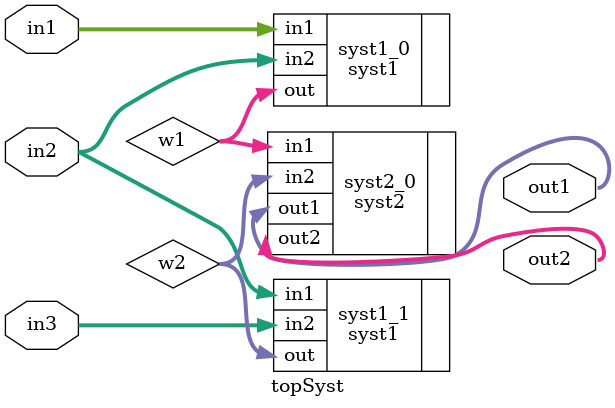
<source format=v>
`timescale 1ns / 1ps


module topSyst( input [7:0] in1,
                input [7:0] in2,
                input [7:0] in3,
                output  [7:0] out1,
                output  [7:0] out2

    );
    wire [7:0] w1, w2;
    syst1 syst1_0(  .in1(in1),
                    .in2(in2),
                    .out(w1)
    );
    syst1 syst1_1(  .in1(in2),
                    .in2(in3),
                    .out(w2)
    );
    syst2 syst2_0(  .in1(w1),
                    .in2(w2),
                    .out1(out1),
                    .out2(out2)
    );
    
    
    
endmodule

</source>
